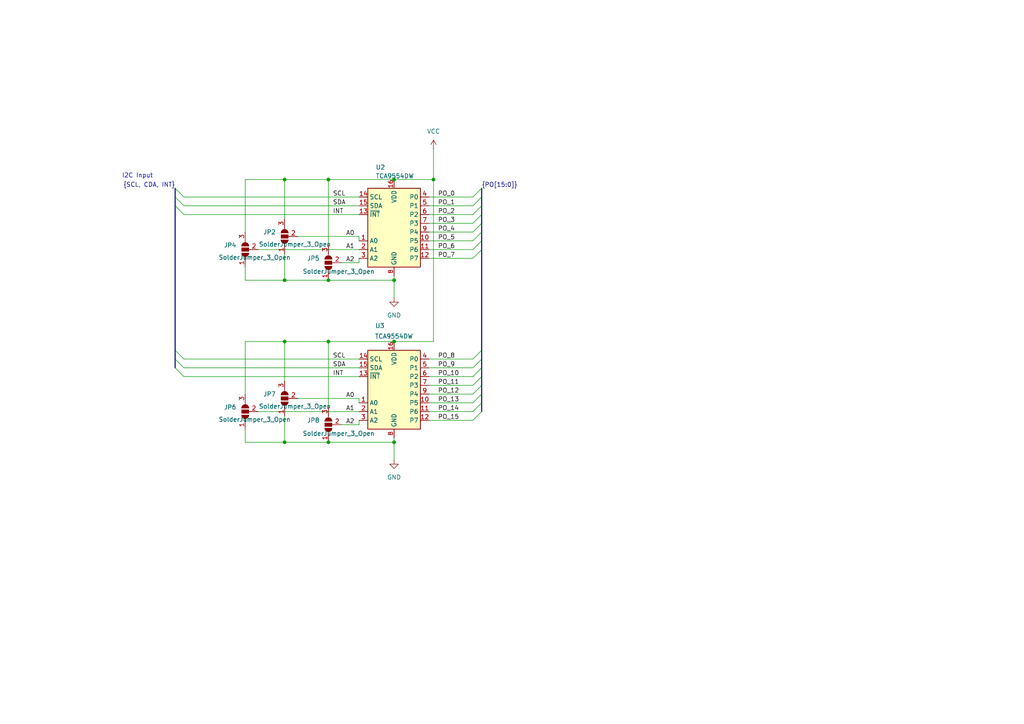
<source format=kicad_sch>
(kicad_sch
	(version 20231120)
	(generator "eeschema")
	(generator_version "8.0")
	(uuid "f2801e82-a00b-4d8d-855d-44652cae392e")
	(paper "A4")
	(lib_symbols
		(symbol "Interface_Expansion:TCA9554DW"
			(exclude_from_sim no)
			(in_bom yes)
			(on_board yes)
			(property "Reference" "U"
				(at -7.62 11.43 0)
				(effects
					(font
						(size 1.27 1.27)
					)
					(justify left)
				)
			)
			(property "Value" "TCA9554DW"
				(at 2.54 11.43 0)
				(effects
					(font
						(size 1.27 1.27)
					)
					(justify left)
				)
			)
			(property "Footprint" "Package_SO:SOIC-16W_7.5x10.3mm_P1.27mm"
				(at 24.13 -13.97 0)
				(effects
					(font
						(size 1.27 1.27)
					)
					(hide yes)
				)
			)
			(property "Datasheet" "http://www.ti.com/lit/ds/symlink/tca9554.pdf"
				(at 2.54 -2.54 0)
				(effects
					(font
						(size 1.27 1.27)
					)
					(hide yes)
				)
			)
			(property "Description" "8 Bit Port/Expander, I2C SMBUS, Interrupt output, SOIC-16"
				(at 0 0 0)
				(effects
					(font
						(size 1.27 1.27)
					)
					(hide yes)
				)
			)
			(property "ki_keywords" "SMBUS I2C Expander"
				(at 0 0 0)
				(effects
					(font
						(size 1.27 1.27)
					)
					(hide yes)
				)
			)
			(property "ki_fp_filters" "SOIC*7.5x10.3mm*P1.27mm*"
				(at 0 0 0)
				(effects
					(font
						(size 1.27 1.27)
					)
					(hide yes)
				)
			)
			(symbol "TCA9554DW_0_1"
				(rectangle
					(start -7.62 -12.7)
					(end 7.62 10.16)
					(stroke
						(width 0.254)
						(type default)
					)
					(fill
						(type background)
					)
				)
			)
			(symbol "TCA9554DW_1_1"
				(pin input line
					(at -10.16 -5.08 0)
					(length 2.54)
					(name "A0"
						(effects
							(font
								(size 1.27 1.27)
							)
						)
					)
					(number "1"
						(effects
							(font
								(size 1.27 1.27)
							)
						)
					)
				)
				(pin bidirectional line
					(at 10.16 -5.08 180)
					(length 2.54)
					(name "P5"
						(effects
							(font
								(size 1.27 1.27)
							)
						)
					)
					(number "10"
						(effects
							(font
								(size 1.27 1.27)
							)
						)
					)
				)
				(pin bidirectional line
					(at 10.16 -7.62 180)
					(length 2.54)
					(name "P6"
						(effects
							(font
								(size 1.27 1.27)
							)
						)
					)
					(number "11"
						(effects
							(font
								(size 1.27 1.27)
							)
						)
					)
				)
				(pin bidirectional line
					(at 10.16 -10.16 180)
					(length 2.54)
					(name "P7"
						(effects
							(font
								(size 1.27 1.27)
							)
						)
					)
					(number "12"
						(effects
							(font
								(size 1.27 1.27)
							)
						)
					)
				)
				(pin open_collector line
					(at -10.16 2.54 0)
					(length 2.54)
					(name "~{INT}"
						(effects
							(font
								(size 1.27 1.27)
							)
						)
					)
					(number "13"
						(effects
							(font
								(size 1.27 1.27)
							)
						)
					)
				)
				(pin input line
					(at -10.16 7.62 0)
					(length 2.54)
					(name "SCL"
						(effects
							(font
								(size 1.27 1.27)
							)
						)
					)
					(number "14"
						(effects
							(font
								(size 1.27 1.27)
							)
						)
					)
				)
				(pin bidirectional line
					(at -10.16 5.08 0)
					(length 2.54)
					(name "SDA"
						(effects
							(font
								(size 1.27 1.27)
							)
						)
					)
					(number "15"
						(effects
							(font
								(size 1.27 1.27)
							)
						)
					)
				)
				(pin power_in line
					(at 0 12.7 270)
					(length 2.54)
					(name "VDD"
						(effects
							(font
								(size 1.27 1.27)
							)
						)
					)
					(number "16"
						(effects
							(font
								(size 1.27 1.27)
							)
						)
					)
				)
				(pin input line
					(at -10.16 -7.62 0)
					(length 2.54)
					(name "A1"
						(effects
							(font
								(size 1.27 1.27)
							)
						)
					)
					(number "2"
						(effects
							(font
								(size 1.27 1.27)
							)
						)
					)
				)
				(pin input line
					(at -10.16 -10.16 0)
					(length 2.54)
					(name "A2"
						(effects
							(font
								(size 1.27 1.27)
							)
						)
					)
					(number "3"
						(effects
							(font
								(size 1.27 1.27)
							)
						)
					)
				)
				(pin bidirectional line
					(at 10.16 7.62 180)
					(length 2.54)
					(name "P0"
						(effects
							(font
								(size 1.27 1.27)
							)
						)
					)
					(number "4"
						(effects
							(font
								(size 1.27 1.27)
							)
						)
					)
				)
				(pin bidirectional line
					(at 10.16 5.08 180)
					(length 2.54)
					(name "P1"
						(effects
							(font
								(size 1.27 1.27)
							)
						)
					)
					(number "5"
						(effects
							(font
								(size 1.27 1.27)
							)
						)
					)
				)
				(pin bidirectional line
					(at 10.16 2.54 180)
					(length 2.54)
					(name "P2"
						(effects
							(font
								(size 1.27 1.27)
							)
						)
					)
					(number "6"
						(effects
							(font
								(size 1.27 1.27)
							)
						)
					)
				)
				(pin bidirectional line
					(at 10.16 0 180)
					(length 2.54)
					(name "P3"
						(effects
							(font
								(size 1.27 1.27)
							)
						)
					)
					(number "7"
						(effects
							(font
								(size 1.27 1.27)
							)
						)
					)
				)
				(pin power_in line
					(at 0 -15.24 90)
					(length 2.54)
					(name "GND"
						(effects
							(font
								(size 1.27 1.27)
							)
						)
					)
					(number "8"
						(effects
							(font
								(size 1.27 1.27)
							)
						)
					)
				)
				(pin bidirectional line
					(at 10.16 -2.54 180)
					(length 2.54)
					(name "P4"
						(effects
							(font
								(size 1.27 1.27)
							)
						)
					)
					(number "9"
						(effects
							(font
								(size 1.27 1.27)
							)
						)
					)
				)
			)
		)
		(symbol "Jumper:SolderJumper_3_Open"
			(pin_names
				(offset 0) hide)
			(exclude_from_sim yes)
			(in_bom no)
			(on_board yes)
			(property "Reference" "JP"
				(at -2.54 -2.54 0)
				(effects
					(font
						(size 1.27 1.27)
					)
				)
			)
			(property "Value" "SolderJumper_3_Open"
				(at 0 2.794 0)
				(effects
					(font
						(size 1.27 1.27)
					)
				)
			)
			(property "Footprint" ""
				(at 0 0 0)
				(effects
					(font
						(size 1.27 1.27)
					)
					(hide yes)
				)
			)
			(property "Datasheet" "~"
				(at 0 0 0)
				(effects
					(font
						(size 1.27 1.27)
					)
					(hide yes)
				)
			)
			(property "Description" "Solder Jumper, 3-pole, open"
				(at 0 0 0)
				(effects
					(font
						(size 1.27 1.27)
					)
					(hide yes)
				)
			)
			(property "ki_keywords" "Solder Jumper SPDT"
				(at 0 0 0)
				(effects
					(font
						(size 1.27 1.27)
					)
					(hide yes)
				)
			)
			(property "ki_fp_filters" "SolderJumper*Open*"
				(at 0 0 0)
				(effects
					(font
						(size 1.27 1.27)
					)
					(hide yes)
				)
			)
			(symbol "SolderJumper_3_Open_0_1"
				(arc
					(start -1.016 1.016)
					(mid -2.0276 0)
					(end -1.016 -1.016)
					(stroke
						(width 0)
						(type default)
					)
					(fill
						(type none)
					)
				)
				(arc
					(start -1.016 1.016)
					(mid -2.0276 0)
					(end -1.016 -1.016)
					(stroke
						(width 0)
						(type default)
					)
					(fill
						(type outline)
					)
				)
				(rectangle
					(start -0.508 1.016)
					(end 0.508 -1.016)
					(stroke
						(width 0)
						(type default)
					)
					(fill
						(type outline)
					)
				)
				(polyline
					(pts
						(xy -2.54 0) (xy -2.032 0)
					)
					(stroke
						(width 0)
						(type default)
					)
					(fill
						(type none)
					)
				)
				(polyline
					(pts
						(xy -1.016 1.016) (xy -1.016 -1.016)
					)
					(stroke
						(width 0)
						(type default)
					)
					(fill
						(type none)
					)
				)
				(polyline
					(pts
						(xy 0 -1.27) (xy 0 -1.016)
					)
					(stroke
						(width 0)
						(type default)
					)
					(fill
						(type none)
					)
				)
				(polyline
					(pts
						(xy 1.016 1.016) (xy 1.016 -1.016)
					)
					(stroke
						(width 0)
						(type default)
					)
					(fill
						(type none)
					)
				)
				(polyline
					(pts
						(xy 2.54 0) (xy 2.032 0)
					)
					(stroke
						(width 0)
						(type default)
					)
					(fill
						(type none)
					)
				)
				(arc
					(start 1.016 -1.016)
					(mid 2.0276 0)
					(end 1.016 1.016)
					(stroke
						(width 0)
						(type default)
					)
					(fill
						(type none)
					)
				)
				(arc
					(start 1.016 -1.016)
					(mid 2.0276 0)
					(end 1.016 1.016)
					(stroke
						(width 0)
						(type default)
					)
					(fill
						(type outline)
					)
				)
			)
			(symbol "SolderJumper_3_Open_1_1"
				(pin passive line
					(at -5.08 0 0)
					(length 2.54)
					(name "A"
						(effects
							(font
								(size 1.27 1.27)
							)
						)
					)
					(number "1"
						(effects
							(font
								(size 1.27 1.27)
							)
						)
					)
				)
				(pin passive line
					(at 0 -3.81 90)
					(length 2.54)
					(name "C"
						(effects
							(font
								(size 1.27 1.27)
							)
						)
					)
					(number "2"
						(effects
							(font
								(size 1.27 1.27)
							)
						)
					)
				)
				(pin passive line
					(at 5.08 0 180)
					(length 2.54)
					(name "B"
						(effects
							(font
								(size 1.27 1.27)
							)
						)
					)
					(number "3"
						(effects
							(font
								(size 1.27 1.27)
							)
						)
					)
				)
			)
		)
		(symbol "power:GND"
			(power)
			(pin_numbers hide)
			(pin_names
				(offset 0) hide)
			(exclude_from_sim no)
			(in_bom yes)
			(on_board yes)
			(property "Reference" "#PWR"
				(at 0 -6.35 0)
				(effects
					(font
						(size 1.27 1.27)
					)
					(hide yes)
				)
			)
			(property "Value" "GND"
				(at 0 -3.81 0)
				(effects
					(font
						(size 1.27 1.27)
					)
				)
			)
			(property "Footprint" ""
				(at 0 0 0)
				(effects
					(font
						(size 1.27 1.27)
					)
					(hide yes)
				)
			)
			(property "Datasheet" ""
				(at 0 0 0)
				(effects
					(font
						(size 1.27 1.27)
					)
					(hide yes)
				)
			)
			(property "Description" "Power symbol creates a global label with name \"GND\" , ground"
				(at 0 0 0)
				(effects
					(font
						(size 1.27 1.27)
					)
					(hide yes)
				)
			)
			(property "ki_keywords" "global power"
				(at 0 0 0)
				(effects
					(font
						(size 1.27 1.27)
					)
					(hide yes)
				)
			)
			(symbol "GND_0_1"
				(polyline
					(pts
						(xy 0 0) (xy 0 -1.27) (xy 1.27 -1.27) (xy 0 -2.54) (xy -1.27 -1.27) (xy 0 -1.27)
					)
					(stroke
						(width 0)
						(type default)
					)
					(fill
						(type none)
					)
				)
			)
			(symbol "GND_1_1"
				(pin power_in line
					(at 0 0 270)
					(length 0)
					(name "~"
						(effects
							(font
								(size 1.27 1.27)
							)
						)
					)
					(number "1"
						(effects
							(font
								(size 1.27 1.27)
							)
						)
					)
				)
			)
		)
		(symbol "power:VCC"
			(power)
			(pin_numbers hide)
			(pin_names
				(offset 0) hide)
			(exclude_from_sim no)
			(in_bom yes)
			(on_board yes)
			(property "Reference" "#PWR"
				(at 0 -3.81 0)
				(effects
					(font
						(size 1.27 1.27)
					)
					(hide yes)
				)
			)
			(property "Value" "VCC"
				(at 0 3.556 0)
				(effects
					(font
						(size 1.27 1.27)
					)
				)
			)
			(property "Footprint" ""
				(at 0 0 0)
				(effects
					(font
						(size 1.27 1.27)
					)
					(hide yes)
				)
			)
			(property "Datasheet" ""
				(at 0 0 0)
				(effects
					(font
						(size 1.27 1.27)
					)
					(hide yes)
				)
			)
			(property "Description" "Power symbol creates a global label with name \"VCC\""
				(at 0 0 0)
				(effects
					(font
						(size 1.27 1.27)
					)
					(hide yes)
				)
			)
			(property "ki_keywords" "global power"
				(at 0 0 0)
				(effects
					(font
						(size 1.27 1.27)
					)
					(hide yes)
				)
			)
			(symbol "VCC_0_1"
				(polyline
					(pts
						(xy -0.762 1.27) (xy 0 2.54)
					)
					(stroke
						(width 0)
						(type default)
					)
					(fill
						(type none)
					)
				)
				(polyline
					(pts
						(xy 0 0) (xy 0 2.54)
					)
					(stroke
						(width 0)
						(type default)
					)
					(fill
						(type none)
					)
				)
				(polyline
					(pts
						(xy 0 2.54) (xy 0.762 1.27)
					)
					(stroke
						(width 0)
						(type default)
					)
					(fill
						(type none)
					)
				)
			)
			(symbol "VCC_1_1"
				(pin power_in line
					(at 0 0 90)
					(length 0)
					(name "~"
						(effects
							(font
								(size 1.27 1.27)
							)
						)
					)
					(number "1"
						(effects
							(font
								(size 1.27 1.27)
							)
						)
					)
				)
			)
		)
	)
	(junction
		(at 125.73 52.07)
		(diameter 0)
		(color 0 0 0 0)
		(uuid "0c526d4e-d0e2-4a1e-a00c-b20724e93040")
	)
	(junction
		(at 114.3 81.28)
		(diameter 0)
		(color 0 0 0 0)
		(uuid "2857685d-5cb6-47d1-9b7f-fa5059ad35a0")
	)
	(junction
		(at 114.3 52.07)
		(diameter 0)
		(color 0 0 0 0)
		(uuid "33e5b9c7-a185-4672-a09a-89f1571428aa")
	)
	(junction
		(at 114.3 128.27)
		(diameter 0)
		(color 0 0 0 0)
		(uuid "3b7f9551-9e81-45bd-bc97-9fcbe61d6b61")
	)
	(junction
		(at 95.25 81.28)
		(diameter 0)
		(color 0 0 0 0)
		(uuid "4bcbfa72-4023-4d03-9013-234586fee736")
	)
	(junction
		(at 82.55 81.28)
		(diameter 0)
		(color 0 0 0 0)
		(uuid "784f763d-06c1-4d70-aa90-cd0235aa5979")
	)
	(junction
		(at 95.25 99.06)
		(diameter 0)
		(color 0 0 0 0)
		(uuid "78d3ce70-b6ca-4fd6-90e8-ec4aedf97314")
	)
	(junction
		(at 114.3 99.06)
		(diameter 0)
		(color 0 0 0 0)
		(uuid "8b2fdbe3-23d8-40fc-93eb-d1502808626f")
	)
	(junction
		(at 82.55 99.06)
		(diameter 0)
		(color 0 0 0 0)
		(uuid "a415c432-63f1-43f5-acd2-b612009eb474")
	)
	(junction
		(at 95.25 52.07)
		(diameter 0)
		(color 0 0 0 0)
		(uuid "c4d95c1c-d8d3-41df-8592-bc70f5274522")
	)
	(junction
		(at 95.25 128.27)
		(diameter 0)
		(color 0 0 0 0)
		(uuid "e742603d-1d6d-41d8-9255-498b7c4c71d4")
	)
	(junction
		(at 82.55 128.27)
		(diameter 0)
		(color 0 0 0 0)
		(uuid "e9110afc-1f50-4900-b52f-9578a89dc3c1")
	)
	(junction
		(at 82.55 52.07)
		(diameter 0)
		(color 0 0 0 0)
		(uuid "e938c61b-c6e3-4315-a29f-88e33480c14f")
	)
	(bus_entry
		(at 50.8 57.15)
		(size 2.54 2.54)
		(stroke
			(width 0)
			(type default)
		)
		(uuid "10a7474b-3c51-4cd7-8a7d-0e9d0f9fd22e")
	)
	(bus_entry
		(at 50.8 101.6)
		(size 2.54 2.54)
		(stroke
			(width 0)
			(type default)
		)
		(uuid "21ab0ca5-63db-4004-9256-4ed8895ac95f")
	)
	(bus_entry
		(at 137.16 74.93)
		(size 2.54 -2.54)
		(stroke
			(width 0)
			(type default)
		)
		(uuid "2fd71a2a-4579-48ec-8d83-bd2737fcdc70")
	)
	(bus_entry
		(at 137.16 116.84)
		(size 2.54 -2.54)
		(stroke
			(width 0)
			(type default)
		)
		(uuid "3c10d239-15fa-4df2-8080-3da0973e6819")
	)
	(bus_entry
		(at 137.16 64.77)
		(size 2.54 -2.54)
		(stroke
			(width 0)
			(type default)
		)
		(uuid "3fdd81ed-9ce5-41ef-836d-12f1973858d2")
	)
	(bus_entry
		(at 50.8 54.61)
		(size 2.54 2.54)
		(stroke
			(width 0)
			(type default)
		)
		(uuid "411650b3-f5e6-4c5d-ac6d-0740a744ca14")
	)
	(bus_entry
		(at 137.16 62.23)
		(size 2.54 -2.54)
		(stroke
			(width 0)
			(type default)
		)
		(uuid "4513278b-5615-4d77-9be6-79a61660cf47")
	)
	(bus_entry
		(at 137.16 72.39)
		(size 2.54 -2.54)
		(stroke
			(width 0)
			(type default)
		)
		(uuid "47bbf164-4b63-43ed-832c-a4ceadb479fd")
	)
	(bus_entry
		(at 50.8 106.68)
		(size 2.54 2.54)
		(stroke
			(width 0)
			(type default)
		)
		(uuid "4f640f65-390a-4521-b689-c587fddd8776")
	)
	(bus_entry
		(at 137.16 109.22)
		(size 2.54 -2.54)
		(stroke
			(width 0)
			(type default)
		)
		(uuid "5b1b2764-fb09-440e-b8a5-1af5593f01f1")
	)
	(bus_entry
		(at 137.16 119.38)
		(size 2.54 -2.54)
		(stroke
			(width 0)
			(type default)
		)
		(uuid "5f06ccaa-299a-45b7-bc26-5eda824a5ed4")
	)
	(bus_entry
		(at 137.16 59.69)
		(size 2.54 -2.54)
		(stroke
			(width 0)
			(type default)
		)
		(uuid "68b4a300-3b83-4637-8e7c-f587b4533544")
	)
	(bus_entry
		(at 137.16 111.76)
		(size 2.54 -2.54)
		(stroke
			(width 0)
			(type default)
		)
		(uuid "7fa8ae8e-6840-4a69-b4f3-0fbe0e6829dd")
	)
	(bus_entry
		(at 137.16 67.31)
		(size 2.54 -2.54)
		(stroke
			(width 0)
			(type default)
		)
		(uuid "877285a1-3880-491d-809d-c25c2699af91")
	)
	(bus_entry
		(at 50.8 59.69)
		(size 2.54 2.54)
		(stroke
			(width 0)
			(type default)
		)
		(uuid "87c6dc28-40d5-42d8-8d72-e6a31ff2d043")
	)
	(bus_entry
		(at 50.8 104.14)
		(size 2.54 2.54)
		(stroke
			(width 0)
			(type default)
		)
		(uuid "9089b89f-ad9e-4691-96f8-90a57aa70ca2")
	)
	(bus_entry
		(at 137.16 114.3)
		(size 2.54 -2.54)
		(stroke
			(width 0)
			(type default)
		)
		(uuid "965f8ab7-4fe1-4076-b73b-037b23905e6e")
	)
	(bus_entry
		(at 137.16 57.15)
		(size 2.54 -2.54)
		(stroke
			(width 0)
			(type default)
		)
		(uuid "bb64d9ee-ca8d-49b8-9a2b-cf65c8631491")
	)
	(bus_entry
		(at 137.16 104.14)
		(size 2.54 -2.54)
		(stroke
			(width 0)
			(type default)
		)
		(uuid "c7d8b51c-e0c7-43cc-bfd8-0331e5c025fd")
	)
	(bus_entry
		(at 137.16 106.68)
		(size 2.54 -2.54)
		(stroke
			(width 0)
			(type default)
		)
		(uuid "cba248c0-2bca-4626-8447-d8b817eeb859")
	)
	(bus_entry
		(at 137.16 69.85)
		(size 2.54 -2.54)
		(stroke
			(width 0)
			(type default)
		)
		(uuid "f580cb5c-d899-4966-94c1-3191faa122a2")
	)
	(bus_entry
		(at 137.16 121.92)
		(size 2.54 -2.54)
		(stroke
			(width 0)
			(type default)
		)
		(uuid "fd85f17b-95fa-4410-ac93-570cd562576c")
	)
	(wire
		(pts
			(xy 82.55 99.06) (xy 95.25 99.06)
		)
		(stroke
			(width 0)
			(type default)
		)
		(uuid "020bb198-6deb-4ded-965e-d462756003eb")
	)
	(wire
		(pts
			(xy 104.14 123.19) (xy 104.14 121.92)
		)
		(stroke
			(width 0)
			(type default)
		)
		(uuid "03589200-5235-486d-b155-3463d6050262")
	)
	(bus
		(pts
			(xy 139.7 69.85) (xy 139.7 72.39)
		)
		(stroke
			(width 0)
			(type default)
		)
		(uuid "04bd016e-9c7a-4fba-8914-b7de349d42b4")
	)
	(bus
		(pts
			(xy 50.8 59.69) (xy 50.8 101.6)
		)
		(stroke
			(width 0)
			(type default)
		)
		(uuid "0ae5b13d-d66a-4821-961f-84da13342a26")
	)
	(wire
		(pts
			(xy 125.73 52.07) (xy 125.73 99.06)
		)
		(stroke
			(width 0)
			(type default)
		)
		(uuid "0f910900-9061-4d07-addf-650274254efd")
	)
	(wire
		(pts
			(xy 82.55 120.65) (xy 82.55 128.27)
		)
		(stroke
			(width 0)
			(type default)
		)
		(uuid "12451272-1934-4554-9b94-b18df914f9c0")
	)
	(wire
		(pts
			(xy 53.34 106.68) (xy 104.14 106.68)
		)
		(stroke
			(width 0)
			(type default)
		)
		(uuid "151b1e0c-b307-4d1f-bed7-b18ed4e8e5e5")
	)
	(wire
		(pts
			(xy 125.73 43.18) (xy 125.73 52.07)
		)
		(stroke
			(width 0)
			(type default)
		)
		(uuid "18f8b648-7452-4286-9cc1-529c0aaa6d65")
	)
	(wire
		(pts
			(xy 95.25 99.06) (xy 95.25 118.11)
		)
		(stroke
			(width 0)
			(type default)
		)
		(uuid "1b4292ab-4281-4e7f-bc6b-37b1388da8be")
	)
	(bus
		(pts
			(xy 139.7 54.61) (xy 139.7 57.15)
		)
		(stroke
			(width 0)
			(type default)
		)
		(uuid "21dbe82f-13e1-42cb-9954-a7d8b0aea672")
	)
	(wire
		(pts
			(xy 82.55 52.07) (xy 95.25 52.07)
		)
		(stroke
			(width 0)
			(type default)
		)
		(uuid "23a24674-b95a-48b6-aa94-729100c7763f")
	)
	(bus
		(pts
			(xy 139.7 116.84) (xy 139.7 119.38)
		)
		(stroke
			(width 0)
			(type default)
		)
		(uuid "248ba3c2-2766-4f1c-bc56-9dcc5146a181")
	)
	(wire
		(pts
			(xy 124.46 119.38) (xy 137.16 119.38)
		)
		(stroke
			(width 0)
			(type default)
		)
		(uuid "265ca56e-06ab-4d20-87ec-691be975a015")
	)
	(wire
		(pts
			(xy 82.55 99.06) (xy 82.55 110.49)
		)
		(stroke
			(width 0)
			(type default)
		)
		(uuid "276521d5-1c21-4d10-8cec-d04340818b20")
	)
	(wire
		(pts
			(xy 71.12 114.3) (xy 71.12 99.06)
		)
		(stroke
			(width 0)
			(type default)
		)
		(uuid "293b6d4d-a065-4c95-b4a3-1e2ab2bbd7e7")
	)
	(wire
		(pts
			(xy 95.25 99.06) (xy 114.3 99.06)
		)
		(stroke
			(width 0)
			(type default)
		)
		(uuid "2b91afd4-9682-45a3-8632-8758bd6a8579")
	)
	(wire
		(pts
			(xy 124.46 67.31) (xy 137.16 67.31)
		)
		(stroke
			(width 0)
			(type default)
		)
		(uuid "308be21e-36c9-42e9-bbe3-7cc17624bdeb")
	)
	(bus
		(pts
			(xy 139.7 59.69) (xy 139.7 62.23)
		)
		(stroke
			(width 0)
			(type default)
		)
		(uuid "314ef971-48ae-42b6-9c2b-3d9a42cfc6f7")
	)
	(wire
		(pts
			(xy 124.46 59.69) (xy 137.16 59.69)
		)
		(stroke
			(width 0)
			(type default)
		)
		(uuid "382d5b1e-3851-40da-8abd-0199288f6b17")
	)
	(wire
		(pts
			(xy 71.12 81.28) (xy 71.12 77.47)
		)
		(stroke
			(width 0)
			(type default)
		)
		(uuid "38fbe844-d227-4990-9330-e727170b84f1")
	)
	(wire
		(pts
			(xy 74.93 72.39) (xy 104.14 72.39)
		)
		(stroke
			(width 0)
			(type default)
		)
		(uuid "39d06fd9-2f14-4445-bb7e-84489e6ea3dd")
	)
	(wire
		(pts
			(xy 95.25 128.27) (xy 82.55 128.27)
		)
		(stroke
			(width 0)
			(type default)
		)
		(uuid "3b2d7573-b7da-4ac3-a949-a422f8c2543f")
	)
	(wire
		(pts
			(xy 124.46 69.85) (xy 137.16 69.85)
		)
		(stroke
			(width 0)
			(type default)
		)
		(uuid "42f62f9b-9fc1-4fdd-a780-78c2b82e70b7")
	)
	(wire
		(pts
			(xy 114.3 80.01) (xy 114.3 81.28)
		)
		(stroke
			(width 0)
			(type default)
		)
		(uuid "4ba3121b-cdd2-4cfd-97b5-7020c8d8d753")
	)
	(wire
		(pts
			(xy 86.36 68.58) (xy 104.14 68.58)
		)
		(stroke
			(width 0)
			(type default)
		)
		(uuid "51351d61-6dca-4665-ab2f-599933246cc4")
	)
	(wire
		(pts
			(xy 104.14 115.57) (xy 104.14 116.84)
		)
		(stroke
			(width 0)
			(type default)
		)
		(uuid "583aefc0-a020-434d-8a1d-55ab8f2dc5dc")
	)
	(bus
		(pts
			(xy 139.7 111.76) (xy 139.7 114.3)
		)
		(stroke
			(width 0)
			(type default)
		)
		(uuid "5aefaf9c-e9cb-4cd4-a754-990cd104360b")
	)
	(bus
		(pts
			(xy 139.7 72.39) (xy 139.7 101.6)
		)
		(stroke
			(width 0)
			(type default)
		)
		(uuid "5d7e1743-d622-4e9a-bd1c-f820db25f1e3")
	)
	(wire
		(pts
			(xy 124.46 104.14) (xy 137.16 104.14)
		)
		(stroke
			(width 0)
			(type default)
		)
		(uuid "5ed08457-fe72-42b5-9497-3c73b1ba0992")
	)
	(wire
		(pts
			(xy 82.55 52.07) (xy 82.55 63.5)
		)
		(stroke
			(width 0)
			(type default)
		)
		(uuid "60c2bd4a-3bf1-4861-bd18-81ecb662218f")
	)
	(wire
		(pts
			(xy 99.06 123.19) (xy 104.14 123.19)
		)
		(stroke
			(width 0)
			(type default)
		)
		(uuid "60fd0aa5-72ff-4fd7-a5bf-feb91f69965a")
	)
	(wire
		(pts
			(xy 53.34 104.14) (xy 104.14 104.14)
		)
		(stroke
			(width 0)
			(type default)
		)
		(uuid "61aba6d4-bd39-4883-a09a-3f118c30e610")
	)
	(wire
		(pts
			(xy 71.12 67.31) (xy 71.12 52.07)
		)
		(stroke
			(width 0)
			(type default)
		)
		(uuid "64c78b3d-8792-424c-88da-81b412195d95")
	)
	(wire
		(pts
			(xy 104.14 68.58) (xy 104.14 69.85)
		)
		(stroke
			(width 0)
			(type default)
		)
		(uuid "656f8d48-fc22-46be-8aa2-4e810b100220")
	)
	(wire
		(pts
			(xy 104.14 76.2) (xy 104.14 74.93)
		)
		(stroke
			(width 0)
			(type default)
		)
		(uuid "6bd8018c-99bd-4a28-bbc5-7c9f1cfc6b52")
	)
	(bus
		(pts
			(xy 139.7 114.3) (xy 139.7 116.84)
		)
		(stroke
			(width 0)
			(type default)
		)
		(uuid "6f03a2d7-1a71-43e2-a9ca-8c1a5f9fbdcd")
	)
	(wire
		(pts
			(xy 53.34 59.69) (xy 104.14 59.69)
		)
		(stroke
			(width 0)
			(type default)
		)
		(uuid "6fec83ea-e288-4f8d-bae9-35382e19f443")
	)
	(bus
		(pts
			(xy 50.8 57.15) (xy 50.8 54.61)
		)
		(stroke
			(width 0)
			(type default)
		)
		(uuid "73ad4432-c4c3-4101-9c8f-8f5c47b6113e")
	)
	(bus
		(pts
			(xy 139.7 106.68) (xy 139.7 109.22)
		)
		(stroke
			(width 0)
			(type default)
		)
		(uuid "7a44a682-d76a-4a12-b624-89d85b527521")
	)
	(wire
		(pts
			(xy 124.46 74.93) (xy 137.16 74.93)
		)
		(stroke
			(width 0)
			(type default)
		)
		(uuid "7b9ca98e-6d2a-4272-8deb-d0b5344d0947")
	)
	(wire
		(pts
			(xy 124.46 72.39) (xy 137.16 72.39)
		)
		(stroke
			(width 0)
			(type default)
		)
		(uuid "7c28cf8d-67be-4793-ba55-5886315c9921")
	)
	(bus
		(pts
			(xy 50.8 59.69) (xy 50.8 57.15)
		)
		(stroke
			(width 0)
			(type default)
		)
		(uuid "7ef175e5-c4bb-4a79-8702-99f384c6ac75")
	)
	(wire
		(pts
			(xy 82.55 128.27) (xy 71.12 128.27)
		)
		(stroke
			(width 0)
			(type default)
		)
		(uuid "8477ff28-d4ce-47ce-a35f-02a6e2e8489e")
	)
	(wire
		(pts
			(xy 124.46 57.15) (xy 137.16 57.15)
		)
		(stroke
			(width 0)
			(type default)
		)
		(uuid "84d4e2c4-cf06-47b0-ba6d-ff9bd007e4c0")
	)
	(bus
		(pts
			(xy 139.7 62.23) (xy 139.7 64.77)
		)
		(stroke
			(width 0)
			(type default)
		)
		(uuid "85204437-9a28-412c-b446-27d03da8b48c")
	)
	(bus
		(pts
			(xy 139.7 104.14) (xy 139.7 106.68)
		)
		(stroke
			(width 0)
			(type default)
		)
		(uuid "88770125-90f4-40ab-a5c8-5d4d242653f1")
	)
	(bus
		(pts
			(xy 50.8 106.68) (xy 50.8 104.14)
		)
		(stroke
			(width 0)
			(type default)
		)
		(uuid "8aadebb3-2084-4486-a36b-40c4c7175f23")
	)
	(wire
		(pts
			(xy 114.3 128.27) (xy 114.3 133.35)
		)
		(stroke
			(width 0)
			(type default)
		)
		(uuid "8b6c58ac-6f9d-4bbe-a13a-dbc5c52f1401")
	)
	(wire
		(pts
			(xy 71.12 128.27) (xy 71.12 124.46)
		)
		(stroke
			(width 0)
			(type default)
		)
		(uuid "8eca739e-946f-427f-853f-af6629ef61b2")
	)
	(wire
		(pts
			(xy 74.93 119.38) (xy 104.14 119.38)
		)
		(stroke
			(width 0)
			(type default)
		)
		(uuid "90b91fd6-171c-405c-b14f-0022ac31d8ad")
	)
	(wire
		(pts
			(xy 53.34 109.22) (xy 104.14 109.22)
		)
		(stroke
			(width 0)
			(type default)
		)
		(uuid "91bad6fe-2eb7-4229-82cb-2e35924e26f8")
	)
	(bus
		(pts
			(xy 50.8 101.6) (xy 50.8 104.14)
		)
		(stroke
			(width 0)
			(type default)
		)
		(uuid "9291c659-acbe-4818-96d9-e8c4ad3aba33")
	)
	(wire
		(pts
			(xy 124.46 114.3) (xy 137.16 114.3)
		)
		(stroke
			(width 0)
			(type default)
		)
		(uuid "95e76892-40e9-442e-bd1b-aaa6741a0f0b")
	)
	(wire
		(pts
			(xy 71.12 99.06) (xy 82.55 99.06)
		)
		(stroke
			(width 0)
			(type default)
		)
		(uuid "9b12e6d0-bf06-43ec-a990-37d3d8c21cd4")
	)
	(wire
		(pts
			(xy 99.06 76.2) (xy 104.14 76.2)
		)
		(stroke
			(width 0)
			(type default)
		)
		(uuid "9dec1e4e-affb-4ac7-8b10-fb5d470d6cc4")
	)
	(wire
		(pts
			(xy 82.55 81.28) (xy 71.12 81.28)
		)
		(stroke
			(width 0)
			(type default)
		)
		(uuid "a05bfaeb-9301-40b7-8f53-1047cfa2509a")
	)
	(wire
		(pts
			(xy 95.25 81.28) (xy 82.55 81.28)
		)
		(stroke
			(width 0)
			(type default)
		)
		(uuid "a17dfaaf-5c47-4d37-8573-45af1de3fe03")
	)
	(wire
		(pts
			(xy 82.55 73.66) (xy 82.55 81.28)
		)
		(stroke
			(width 0)
			(type default)
		)
		(uuid "a282234e-2605-4b47-ad86-76efe59db0e8")
	)
	(wire
		(pts
			(xy 124.46 62.23) (xy 137.16 62.23)
		)
		(stroke
			(width 0)
			(type default)
		)
		(uuid "a283982d-a114-4bab-b115-a6723033b56c")
	)
	(wire
		(pts
			(xy 95.25 52.07) (xy 114.3 52.07)
		)
		(stroke
			(width 0)
			(type default)
		)
		(uuid "a4b8bae4-9169-44e2-b0a1-bc00bb4ce5e8")
	)
	(wire
		(pts
			(xy 114.3 81.28) (xy 95.25 81.28)
		)
		(stroke
			(width 0)
			(type default)
		)
		(uuid "b3cc9702-d418-4417-959d-6b3a6d280b20")
	)
	(bus
		(pts
			(xy 139.7 109.22) (xy 139.7 111.76)
		)
		(stroke
			(width 0)
			(type default)
		)
		(uuid "b67737f3-f482-4195-911d-ff40d2b0a2a7")
	)
	(wire
		(pts
			(xy 124.46 111.76) (xy 137.16 111.76)
		)
		(stroke
			(width 0)
			(type default)
		)
		(uuid "b79e044c-09db-4bcc-b303-3106d52ad54f")
	)
	(wire
		(pts
			(xy 124.46 106.68) (xy 137.16 106.68)
		)
		(stroke
			(width 0)
			(type default)
		)
		(uuid "b97fe39b-572c-450f-9ec2-d2e6eec34453")
	)
	(wire
		(pts
			(xy 114.3 81.28) (xy 114.3 86.36)
		)
		(stroke
			(width 0)
			(type default)
		)
		(uuid "bc2534c7-39b9-4514-ab50-86365e3f6741")
	)
	(wire
		(pts
			(xy 53.34 57.15) (xy 104.14 57.15)
		)
		(stroke
			(width 0)
			(type default)
		)
		(uuid "c3036fb5-0586-4961-bf20-67a05de3d040")
	)
	(bus
		(pts
			(xy 139.7 57.15) (xy 139.7 59.69)
		)
		(stroke
			(width 0)
			(type default)
		)
		(uuid "c595fe18-57d2-4a81-98b9-628de982819e")
	)
	(bus
		(pts
			(xy 139.7 101.6) (xy 139.7 104.14)
		)
		(stroke
			(width 0)
			(type default)
		)
		(uuid "c7647bd2-1660-4568-9456-13b2a280f051")
	)
	(wire
		(pts
			(xy 95.25 52.07) (xy 95.25 71.12)
		)
		(stroke
			(width 0)
			(type default)
		)
		(uuid "c9be214d-0114-43b3-8b50-1fcac955e7c4")
	)
	(wire
		(pts
			(xy 114.3 52.07) (xy 125.73 52.07)
		)
		(stroke
			(width 0)
			(type default)
		)
		(uuid "cc15b8c7-9920-4ab7-a06a-78230631b0e5")
	)
	(wire
		(pts
			(xy 71.12 52.07) (xy 82.55 52.07)
		)
		(stroke
			(width 0)
			(type default)
		)
		(uuid "cd4df96e-418f-4e01-ace8-7442e9dce920")
	)
	(wire
		(pts
			(xy 86.36 115.57) (xy 104.14 115.57)
		)
		(stroke
			(width 0)
			(type default)
		)
		(uuid "cf932809-56d8-4d75-8370-02ce34fd9932")
	)
	(wire
		(pts
			(xy 114.3 127) (xy 114.3 128.27)
		)
		(stroke
			(width 0)
			(type default)
		)
		(uuid "d084c06a-3cc4-4c3c-8ab9-a3e41d766d41")
	)
	(wire
		(pts
			(xy 124.46 64.77) (xy 137.16 64.77)
		)
		(stroke
			(width 0)
			(type default)
		)
		(uuid "d24a9c40-4674-4315-9168-3b26daa7eb68")
	)
	(wire
		(pts
			(xy 53.34 62.23) (xy 104.14 62.23)
		)
		(stroke
			(width 0)
			(type default)
		)
		(uuid "d5652ee5-adc4-4edc-8934-38fc3dd2ca75")
	)
	(bus
		(pts
			(xy 139.7 64.77) (xy 139.7 67.31)
		)
		(stroke
			(width 0)
			(type default)
		)
		(uuid "d73ad1d8-7c86-4ad5-8080-ee1fb0f4644c")
	)
	(bus
		(pts
			(xy 139.7 67.31) (xy 139.7 69.85)
		)
		(stroke
			(width 0)
			(type default)
		)
		(uuid "d92c298a-b1e5-4e56-9a96-d08ca73cabd7")
	)
	(wire
		(pts
			(xy 124.46 121.92) (xy 137.16 121.92)
		)
		(stroke
			(width 0)
			(type default)
		)
		(uuid "da287a0f-a262-4d8f-b40e-e932362e20ef")
	)
	(wire
		(pts
			(xy 124.46 109.22) (xy 137.16 109.22)
		)
		(stroke
			(width 0)
			(type default)
		)
		(uuid "e010da34-759a-4e1d-90c4-396b1510d276")
	)
	(wire
		(pts
			(xy 114.3 128.27) (xy 95.25 128.27)
		)
		(stroke
			(width 0)
			(type default)
		)
		(uuid "e4040317-7951-46df-ab0d-4f95491931a8")
	)
	(wire
		(pts
			(xy 124.46 116.84) (xy 137.16 116.84)
		)
		(stroke
			(width 0)
			(type default)
		)
		(uuid "e70966d9-9ad0-40a9-aa95-17e64b4e3dac")
	)
	(wire
		(pts
			(xy 114.3 99.06) (xy 125.73 99.06)
		)
		(stroke
			(width 0)
			(type default)
		)
		(uuid "fbbb18a4-0534-4131-ad12-e17242e390d8")
	)
	(text "I2C Input"
		(exclude_from_sim no)
		(at 39.878 51.054 0)
		(effects
			(font
				(size 1.27 1.27)
			)
		)
		(uuid "e32335d3-1fc7-47fa-bb8a-31965054d83a")
	)
	(label "A1"
		(at 100.33 119.38 0)
		(fields_autoplaced yes)
		(effects
			(font
				(size 1.27 1.27)
			)
			(justify left bottom)
		)
		(uuid "08f849a1-7412-4bd1-b030-0bf975a63098")
	)
	(label "PO_15"
		(at 127 121.92 0)
		(fields_autoplaced yes)
		(effects
			(font
				(size 1.27 1.27)
			)
			(justify left bottom)
		)
		(uuid "17fdf5ed-db79-42ef-98cb-e4ce44a27253")
	)
	(label "A1"
		(at 100.33 72.39 0)
		(fields_autoplaced yes)
		(effects
			(font
				(size 1.27 1.27)
			)
			(justify left bottom)
		)
		(uuid "19096503-16d3-4cb2-a802-5c456757f710")
	)
	(label "PO_5"
		(at 127 69.85 0)
		(fields_autoplaced yes)
		(effects
			(font
				(size 1.27 1.27)
			)
			(justify left bottom)
		)
		(uuid "1ab56fd9-384b-48c7-b3e1-46f6e769e5a7")
	)
	(label "PO_2"
		(at 127 62.23 0)
		(fields_autoplaced yes)
		(effects
			(font
				(size 1.27 1.27)
			)
			(justify left bottom)
		)
		(uuid "1c12c599-05e5-4ed9-8155-70319e5fb463")
	)
	(label "A0"
		(at 100.33 115.57 0)
		(fields_autoplaced yes)
		(effects
			(font
				(size 1.27 1.27)
			)
			(justify left bottom)
		)
		(uuid "27c89826-0d99-45ce-840b-5f52ac8d8f86")
	)
	(label "A2"
		(at 100.33 123.19 0)
		(fields_autoplaced yes)
		(effects
			(font
				(size 1.27 1.27)
			)
			(justify left bottom)
		)
		(uuid "298e170d-e6a8-4e69-9e08-2e453dd5b5a0")
	)
	(label "PO_0"
		(at 127 57.15 0)
		(fields_autoplaced yes)
		(effects
			(font
				(size 1.27 1.27)
			)
			(justify left bottom)
		)
		(uuid "2b6d2722-d89d-4b51-b473-cf7e2cf321ce")
	)
	(label "A0"
		(at 100.33 68.58 0)
		(fields_autoplaced yes)
		(effects
			(font
				(size 1.27 1.27)
			)
			(justify left bottom)
		)
		(uuid "2c390889-e5d0-4bb9-902d-677a226a21e1")
	)
	(label "PO_12"
		(at 127 114.3 0)
		(fields_autoplaced yes)
		(effects
			(font
				(size 1.27 1.27)
			)
			(justify left bottom)
		)
		(uuid "3d1eba14-0a79-4654-a418-9a7804f8bf44")
	)
	(label "PO_8"
		(at 127 104.14 0)
		(fields_autoplaced yes)
		(effects
			(font
				(size 1.27 1.27)
			)
			(justify left bottom)
		)
		(uuid "464ec142-f7ee-4ad2-a6e9-a4e9d46c63d6")
	)
	(label "PO_14"
		(at 127 119.38 0)
		(fields_autoplaced yes)
		(effects
			(font
				(size 1.27 1.27)
			)
			(justify left bottom)
		)
		(uuid "50c75b90-833b-41c1-aa5c-114501f022de")
	)
	(label "PO_9"
		(at 127 106.68 0)
		(fields_autoplaced yes)
		(effects
			(font
				(size 1.27 1.27)
			)
			(justify left bottom)
		)
		(uuid "585c0f7c-84ae-461c-9f71-240462790873")
	)
	(label "INT"
		(at 96.52 62.23 0)
		(fields_autoplaced yes)
		(effects
			(font
				(size 1.27 1.27)
			)
			(justify left bottom)
		)
		(uuid "5aaeb73a-6409-4109-a0e9-1426113d5443")
	)
	(label "{SCL, CDA, INT}"
		(at 50.8 54.61 180)
		(fields_autoplaced yes)
		(effects
			(font
				(size 1.27 1.27)
			)
			(justify right bottom)
		)
		(uuid "5b58cbd1-0164-47be-9c39-58ec66b74a18")
	)
	(label "PO_13"
		(at 127 116.84 0)
		(fields_autoplaced yes)
		(effects
			(font
				(size 1.27 1.27)
			)
			(justify left bottom)
		)
		(uuid "776a98a4-4491-4172-b530-de691a572ad0")
	)
	(label "INT"
		(at 96.52 109.22 0)
		(fields_autoplaced yes)
		(effects
			(font
				(size 1.27 1.27)
			)
			(justify left bottom)
		)
		(uuid "8680439a-0578-44cb-81b8-25747f0d593d")
	)
	(label "PO_1"
		(at 127 59.69 0)
		(fields_autoplaced yes)
		(effects
			(font
				(size 1.27 1.27)
			)
			(justify left bottom)
		)
		(uuid "86d0499c-713c-416e-a6f2-3ff592df37f6")
	)
	(label "PO_10"
		(at 127 109.22 0)
		(fields_autoplaced yes)
		(effects
			(font
				(size 1.27 1.27)
			)
			(justify left bottom)
		)
		(uuid "89f0bb36-372a-43f4-ab0c-dda088b12ecc")
	)
	(label "SDA"
		(at 96.52 59.69 0)
		(fields_autoplaced yes)
		(effects
			(font
				(size 1.27 1.27)
			)
			(justify left bottom)
		)
		(uuid "a29c60e2-fc8f-4b26-be64-edaa2663221a")
	)
	(label "PO_6"
		(at 127 72.39 0)
		(fields_autoplaced yes)
		(effects
			(font
				(size 1.27 1.27)
			)
			(justify left bottom)
		)
		(uuid "a9d1446b-fed0-4668-a94c-33a8b9109235")
	)
	(label "{PO[15:0]}"
		(at 139.7 54.61 0)
		(fields_autoplaced yes)
		(effects
			(font
				(size 1.27 1.27)
			)
			(justify left bottom)
		)
		(uuid "ab756519-56d2-405f-bf29-3ea9c6d71ef7")
	)
	(label "PO_7"
		(at 127 74.93 0)
		(fields_autoplaced yes)
		(effects
			(font
				(size 1.27 1.27)
			)
			(justify left bottom)
		)
		(uuid "be355602-72f9-4053-8f3b-0cc07d943e9f")
	)
	(label "PO_3"
		(at 127 64.77 0)
		(fields_autoplaced yes)
		(effects
			(font
				(size 1.27 1.27)
			)
			(justify left bottom)
		)
		(uuid "c52b7784-af6a-4230-9c3b-5dc5e08a3549")
	)
	(label "A2"
		(at 100.33 76.2 0)
		(fields_autoplaced yes)
		(effects
			(font
				(size 1.27 1.27)
			)
			(justify left bottom)
		)
		(uuid "d3c1fed3-3a79-4fa3-8d05-8e2d4c36120a")
	)
	(label "PO_4"
		(at 127 67.31 0)
		(fields_autoplaced yes)
		(effects
			(font
				(size 1.27 1.27)
			)
			(justify left bottom)
		)
		(uuid "d65427aa-d63f-430b-ae0e-1d68820eda96")
	)
	(label "SDA"
		(at 96.52 106.68 0)
		(fields_autoplaced yes)
		(effects
			(font
				(size 1.27 1.27)
			)
			(justify left bottom)
		)
		(uuid "ee300329-99ef-4dfe-bffd-a6e73e9a9197")
	)
	(label "SCL"
		(at 96.52 104.14 0)
		(fields_autoplaced yes)
		(effects
			(font
				(size 1.27 1.27)
			)
			(justify left bottom)
		)
		(uuid "ef1a8ffa-d23e-4ca0-8821-07c5b79991e8")
	)
	(label "PO_11"
		(at 127 111.76 0)
		(fields_autoplaced yes)
		(effects
			(font
				(size 1.27 1.27)
			)
			(justify left bottom)
		)
		(uuid "f3e9e0c7-64dd-40cb-880e-91d224b6a685")
	)
	(label "SCL"
		(at 96.52 57.15 0)
		(fields_autoplaced yes)
		(effects
			(font
				(size 1.27 1.27)
			)
			(justify left bottom)
		)
		(uuid "f7d72b71-f81a-4a9f-80b3-cc9330005a63")
	)
	(symbol
		(lib_id "Jumper:SolderJumper_3_Open")
		(at 82.55 115.57 90)
		(unit 1)
		(exclude_from_sim yes)
		(in_bom no)
		(on_board yes)
		(dnp no)
		(uuid "0ef4df4b-fb84-4f8f-8ac2-eab47e63fc22")
		(property "Reference" "JP7"
			(at 80.01 114.2999 90)
			(effects
				(font
					(size 1.27 1.27)
				)
				(justify left)
			)
		)
		(property "Value" "SolderJumper_3_Open"
			(at 96.012 117.856 90)
			(effects
				(font
					(size 1.27 1.27)
				)
				(justify left)
			)
		)
		(property "Footprint" ""
			(at 82.55 115.57 0)
			(effects
				(font
					(size 1.27 1.27)
				)
				(hide yes)
			)
		)
		(property "Datasheet" "~"
			(at 82.55 115.57 0)
			(effects
				(font
					(size 1.27 1.27)
				)
				(hide yes)
			)
		)
		(property "Description" "Solder Jumper, 3-pole, open"
			(at 82.55 115.57 0)
			(effects
				(font
					(size 1.27 1.27)
				)
				(hide yes)
			)
		)
		(pin "2"
			(uuid "9e33d6c2-a2e4-4ccc-ae88-6d92b52723d3")
		)
		(pin "1"
			(uuid "e26dff1d-9ab1-477b-b5c7-82e663a1ac84")
		)
		(pin "3"
			(uuid "3fa701f2-5fb9-42af-a6cf-ab9b2bae95f6")
		)
		(instances
			(project "astromech_main_board"
				(path "/3ed70c37-1dc6-4761-9813-fca49ce12494/6ad7c4a2-df2b-4efe-987c-b41c89a114c2"
					(reference "JP7")
					(unit 1)
				)
			)
		)
	)
	(symbol
		(lib_id "Jumper:SolderJumper_3_Open")
		(at 71.12 119.38 90)
		(unit 1)
		(exclude_from_sim yes)
		(in_bom no)
		(on_board yes)
		(dnp no)
		(uuid "17fbb34e-4083-4a8f-ae62-4cdd3e75ed1f")
		(property "Reference" "JP6"
			(at 68.58 118.1099 90)
			(effects
				(font
					(size 1.27 1.27)
				)
				(justify left)
			)
		)
		(property "Value" "SolderJumper_3_Open"
			(at 84.328 121.666 90)
			(effects
				(font
					(size 1.27 1.27)
				)
				(justify left)
			)
		)
		(property "Footprint" ""
			(at 71.12 119.38 0)
			(effects
				(font
					(size 1.27 1.27)
				)
				(hide yes)
			)
		)
		(property "Datasheet" "~"
			(at 71.12 119.38 0)
			(effects
				(font
					(size 1.27 1.27)
				)
				(hide yes)
			)
		)
		(property "Description" "Solder Jumper, 3-pole, open"
			(at 71.12 119.38 0)
			(effects
				(font
					(size 1.27 1.27)
				)
				(hide yes)
			)
		)
		(pin "2"
			(uuid "be744202-6a3a-4bcb-943c-ee57e30ced13")
		)
		(pin "1"
			(uuid "faa8df1b-8672-4497-b687-91b501a9f8e6")
		)
		(pin "3"
			(uuid "a842ec86-4f21-444a-9924-89840ab417e6")
		)
		(instances
			(project "astromech_main_board"
				(path "/3ed70c37-1dc6-4761-9813-fca49ce12494/6ad7c4a2-df2b-4efe-987c-b41c89a114c2"
					(reference "JP6")
					(unit 1)
				)
			)
		)
	)
	(symbol
		(lib_id "Interface_Expansion:TCA9554DW")
		(at 114.3 111.76 0)
		(unit 1)
		(exclude_from_sim no)
		(in_bom yes)
		(on_board yes)
		(dnp no)
		(uuid "187fd697-45db-475c-a08d-3f9dff74fc57")
		(property "Reference" "U3"
			(at 108.8039 94.488 0)
			(effects
				(font
					(size 1.27 1.27)
				)
				(justify left)
			)
		)
		(property "Value" "TCA9554DW"
			(at 108.712 97.536 0)
			(effects
				(font
					(size 1.27 1.27)
				)
				(justify left)
			)
		)
		(property "Footprint" "Package_SO:SOIC-16W_7.5x10.3mm_P1.27mm"
			(at 138.43 125.73 0)
			(effects
				(font
					(size 1.27 1.27)
				)
				(hide yes)
			)
		)
		(property "Datasheet" "http://www.ti.com/lit/ds/symlink/tca9554.pdf"
			(at 116.84 114.3 0)
			(effects
				(font
					(size 1.27 1.27)
				)
				(hide yes)
			)
		)
		(property "Description" "8 Bit Port/Expander, I2C SMBUS, Interrupt output, SOIC-16"
			(at 114.3 111.76 0)
			(effects
				(font
					(size 1.27 1.27)
				)
				(hide yes)
			)
		)
		(pin "7"
			(uuid "e5d19c36-9ec7-4f66-9a8a-3e560e151739")
		)
		(pin "15"
			(uuid "aeaf2a75-163d-44b6-b93e-d33703a162c5")
		)
		(pin "11"
			(uuid "44519417-464d-4331-b40d-61c1477c226f")
		)
		(pin "3"
			(uuid "1674d1ee-9f4e-4988-bc9a-c9499ab0cfc8")
		)
		(pin "1"
			(uuid "d857da19-fd3a-4511-bb14-b5c2bf1a9e2b")
		)
		(pin "4"
			(uuid "26e60f92-da54-4661-b614-23baf156f849")
		)
		(pin "16"
			(uuid "00466ff1-4f82-4179-8a5a-3d8e70b089ed")
		)
		(pin "8"
			(uuid "c22cff25-88f2-4138-b11b-166cb8d7a30d")
		)
		(pin "12"
			(uuid "8fb5b68b-c151-4ff0-956c-9e8e1aba00dc")
		)
		(pin "13"
			(uuid "21eeee92-55f1-494e-99d7-c581733f2258")
		)
		(pin "9"
			(uuid "42114042-4cd4-45ef-95ff-5c67f133f41d")
		)
		(pin "6"
			(uuid "f9cda57a-9769-4c2f-9146-f473ae36a1e1")
		)
		(pin "14"
			(uuid "89fff13c-77b2-49b5-8fd0-f1705f68a2cf")
		)
		(pin "10"
			(uuid "cd8d0ff9-1ae3-4812-84c9-7f82137b0c23")
		)
		(pin "2"
			(uuid "cfbdee86-a1c5-4cd7-bab7-c9b29a7a5c07")
		)
		(pin "5"
			(uuid "55edb001-03d3-4515-ba1d-d42fafcdecd3")
		)
		(instances
			(project ""
				(path "/3ed70c37-1dc6-4761-9813-fca49ce12494/6ad7c4a2-df2b-4efe-987c-b41c89a114c2"
					(reference "U3")
					(unit 1)
				)
			)
		)
	)
	(symbol
		(lib_id "power:GND")
		(at 114.3 86.36 0)
		(unit 1)
		(exclude_from_sim no)
		(in_bom yes)
		(on_board yes)
		(dnp no)
		(fields_autoplaced yes)
		(uuid "49634cdb-251c-44b9-8bb4-ef0ec6b1a917")
		(property "Reference" "#PWR01"
			(at 114.3 92.71 0)
			(effects
				(font
					(size 1.27 1.27)
				)
				(hide yes)
			)
		)
		(property "Value" "GND"
			(at 114.3 91.44 0)
			(effects
				(font
					(size 1.27 1.27)
				)
			)
		)
		(property "Footprint" ""
			(at 114.3 86.36 0)
			(effects
				(font
					(size 1.27 1.27)
				)
				(hide yes)
			)
		)
		(property "Datasheet" ""
			(at 114.3 86.36 0)
			(effects
				(font
					(size 1.27 1.27)
				)
				(hide yes)
			)
		)
		(property "Description" "Power symbol creates a global label with name \"GND\" , ground"
			(at 114.3 86.36 0)
			(effects
				(font
					(size 1.27 1.27)
				)
				(hide yes)
			)
		)
		(pin "1"
			(uuid "b4cfc26f-2817-4146-8d22-a0e806efabf0")
		)
		(instances
			(project ""
				(path "/3ed70c37-1dc6-4761-9813-fca49ce12494/6ad7c4a2-df2b-4efe-987c-b41c89a114c2"
					(reference "#PWR01")
					(unit 1)
				)
			)
		)
	)
	(symbol
		(lib_id "Interface_Expansion:TCA9554DW")
		(at 114.3 64.77 0)
		(unit 1)
		(exclude_from_sim no)
		(in_bom yes)
		(on_board yes)
		(dnp no)
		(uuid "52e463c7-0085-48e2-a3b3-1b8b797d9f15")
		(property "Reference" "U2"
			(at 108.966 48.514 0)
			(effects
				(font
					(size 1.27 1.27)
				)
				(justify left)
			)
		)
		(property "Value" "TCA9554DW"
			(at 108.966 51.054 0)
			(effects
				(font
					(size 1.27 1.27)
				)
				(justify left)
			)
		)
		(property "Footprint" "Package_SO:SOIC-16W_7.5x10.3mm_P1.27mm"
			(at 138.43 78.74 0)
			(effects
				(font
					(size 1.27 1.27)
				)
				(hide yes)
			)
		)
		(property "Datasheet" "http://www.ti.com/lit/ds/symlink/tca9554.pdf"
			(at 116.84 67.31 0)
			(effects
				(font
					(size 1.27 1.27)
				)
				(hide yes)
			)
		)
		(property "Description" "8 Bit Port/Expander, I2C SMBUS, Interrupt output, SOIC-16"
			(at 114.3 64.77 0)
			(effects
				(font
					(size 1.27 1.27)
				)
				(hide yes)
			)
		)
		(pin "11"
			(uuid "aa6f7bb1-0ffd-4530-ac1e-0d74ff7d9f49")
		)
		(pin "8"
			(uuid "16c6d6da-002a-42a9-a10e-c368ec9704c3")
		)
		(pin "7"
			(uuid "2ea47f2d-8cd6-40d4-97f3-357a98eaa161")
		)
		(pin "10"
			(uuid "030b1367-7d42-4543-b213-804f304c5e54")
		)
		(pin "14"
			(uuid "2dda0c03-d97f-48ee-9446-d833312b8d61")
		)
		(pin "12"
			(uuid "a13827e5-c91e-43a3-9992-b2db4fb87a94")
		)
		(pin "13"
			(uuid "8ad0e1a4-cca8-4657-b19d-fae9bc7613c8")
		)
		(pin "15"
			(uuid "be3afa46-21f1-4cd2-8576-a28d5e183c06")
		)
		(pin "5"
			(uuid "9535dd51-ed63-4811-b062-bddeed1eff26")
		)
		(pin "16"
			(uuid "375fa916-0804-4194-a473-4afca7f6df49")
		)
		(pin "3"
			(uuid "51468160-4d28-498e-a3e3-f8801f9ec828")
		)
		(pin "9"
			(uuid "7af53dd9-98b4-4eec-8ac7-63344f2c20e8")
		)
		(pin "1"
			(uuid "7aa9f943-abd6-47f1-bf4f-03fddd14f3e2")
		)
		(pin "4"
			(uuid "41b4a6b9-f22d-499d-99c1-2cbb1fe4907d")
		)
		(pin "2"
			(uuid "5c5999e6-7a45-4695-9dc6-8a158c15e0fe")
		)
		(pin "6"
			(uuid "b7f7249a-8bbb-49e0-afad-5d2d26aad26b")
		)
		(instances
			(project ""
				(path "/3ed70c37-1dc6-4761-9813-fca49ce12494/6ad7c4a2-df2b-4efe-987c-b41c89a114c2"
					(reference "U2")
					(unit 1)
				)
			)
		)
	)
	(symbol
		(lib_id "power:GND")
		(at 114.3 133.35 0)
		(unit 1)
		(exclude_from_sim no)
		(in_bom yes)
		(on_board yes)
		(dnp no)
		(fields_autoplaced yes)
		(uuid "5c34b725-ee69-4b50-8569-1b0b51f08bba")
		(property "Reference" "#PWR03"
			(at 114.3 139.7 0)
			(effects
				(font
					(size 1.27 1.27)
				)
				(hide yes)
			)
		)
		(property "Value" "GND"
			(at 114.3 138.43 0)
			(effects
				(font
					(size 1.27 1.27)
				)
			)
		)
		(property "Footprint" ""
			(at 114.3 133.35 0)
			(effects
				(font
					(size 1.27 1.27)
				)
				(hide yes)
			)
		)
		(property "Datasheet" ""
			(at 114.3 133.35 0)
			(effects
				(font
					(size 1.27 1.27)
				)
				(hide yes)
			)
		)
		(property "Description" "Power symbol creates a global label with name \"GND\" , ground"
			(at 114.3 133.35 0)
			(effects
				(font
					(size 1.27 1.27)
				)
				(hide yes)
			)
		)
		(pin "1"
			(uuid "d490973b-cca8-4b9d-bf45-589ecdca9d3a")
		)
		(instances
			(project "astromech_main_board"
				(path "/3ed70c37-1dc6-4761-9813-fca49ce12494/6ad7c4a2-df2b-4efe-987c-b41c89a114c2"
					(reference "#PWR03")
					(unit 1)
				)
			)
		)
	)
	(symbol
		(lib_id "Jumper:SolderJumper_3_Open")
		(at 95.25 123.19 90)
		(unit 1)
		(exclude_from_sim yes)
		(in_bom no)
		(on_board yes)
		(dnp no)
		(uuid "5c496db9-1925-4428-986e-22ac31faf044")
		(property "Reference" "JP8"
			(at 92.71 121.9199 90)
			(effects
				(font
					(size 1.27 1.27)
				)
				(justify left)
			)
		)
		(property "Value" "SolderJumper_3_Open"
			(at 108.712 125.73 90)
			(effects
				(font
					(size 1.27 1.27)
				)
				(justify left)
			)
		)
		(property "Footprint" ""
			(at 95.25 123.19 0)
			(effects
				(font
					(size 1.27 1.27)
				)
				(hide yes)
			)
		)
		(property "Datasheet" "~"
			(at 95.25 123.19 0)
			(effects
				(font
					(size 1.27 1.27)
				)
				(hide yes)
			)
		)
		(property "Description" "Solder Jumper, 3-pole, open"
			(at 95.25 123.19 0)
			(effects
				(font
					(size 1.27 1.27)
				)
				(hide yes)
			)
		)
		(pin "2"
			(uuid "f60a6668-ed8f-446e-ae71-e299e4080299")
		)
		(pin "1"
			(uuid "5b6600a9-a085-49ed-82d4-4cca3e98b86c")
		)
		(pin "3"
			(uuid "1bd113b7-9d6d-4044-a165-65e2e3cad27d")
		)
		(instances
			(project "astromech_main_board"
				(path "/3ed70c37-1dc6-4761-9813-fca49ce12494/6ad7c4a2-df2b-4efe-987c-b41c89a114c2"
					(reference "JP8")
					(unit 1)
				)
			)
		)
	)
	(symbol
		(lib_id "Jumper:SolderJumper_3_Open")
		(at 95.25 76.2 90)
		(unit 1)
		(exclude_from_sim yes)
		(in_bom no)
		(on_board yes)
		(dnp no)
		(uuid "83419a12-a148-4a07-b224-f5a77025f5b0")
		(property "Reference" "JP5"
			(at 92.71 74.9299 90)
			(effects
				(font
					(size 1.27 1.27)
				)
				(justify left)
			)
		)
		(property "Value" "SolderJumper_3_Open"
			(at 108.712 78.74 90)
			(effects
				(font
					(size 1.27 1.27)
				)
				(justify left)
			)
		)
		(property "Footprint" ""
			(at 95.25 76.2 0)
			(effects
				(font
					(size 1.27 1.27)
				)
				(hide yes)
			)
		)
		(property "Datasheet" "~"
			(at 95.25 76.2 0)
			(effects
				(font
					(size 1.27 1.27)
				)
				(hide yes)
			)
		)
		(property "Description" "Solder Jumper, 3-pole, open"
			(at 95.25 76.2 0)
			(effects
				(font
					(size 1.27 1.27)
				)
				(hide yes)
			)
		)
		(pin "2"
			(uuid "4af80d8f-5398-4f92-afc2-175e677056ab")
		)
		(pin "1"
			(uuid "d0fea20d-88ef-400d-879f-b135680c34cf")
		)
		(pin "3"
			(uuid "32e095b8-df3b-41dc-a029-10d7cb49356f")
		)
		(instances
			(project ""
				(path "/3ed70c37-1dc6-4761-9813-fca49ce12494/6ad7c4a2-df2b-4efe-987c-b41c89a114c2"
					(reference "JP5")
					(unit 1)
				)
			)
		)
	)
	(symbol
		(lib_id "power:VCC")
		(at 125.73 43.18 0)
		(unit 1)
		(exclude_from_sim no)
		(in_bom yes)
		(on_board yes)
		(dnp no)
		(fields_autoplaced yes)
		(uuid "902a031b-ab3d-46aa-afbe-02dd23ba93d8")
		(property "Reference" "#PWR04"
			(at 125.73 46.99 0)
			(effects
				(font
					(size 1.27 1.27)
				)
				(hide yes)
			)
		)
		(property "Value" "VCC"
			(at 125.73 38.1 0)
			(effects
				(font
					(size 1.27 1.27)
				)
			)
		)
		(property "Footprint" ""
			(at 125.73 43.18 0)
			(effects
				(font
					(size 1.27 1.27)
				)
				(hide yes)
			)
		)
		(property "Datasheet" ""
			(at 125.73 43.18 0)
			(effects
				(font
					(size 1.27 1.27)
				)
				(hide yes)
			)
		)
		(property "Description" "Power symbol creates a global label with name \"VCC\""
			(at 125.73 43.18 0)
			(effects
				(font
					(size 1.27 1.27)
				)
				(hide yes)
			)
		)
		(pin "1"
			(uuid "ebbf5e4e-1cca-428b-b43a-3974bbe304d0")
		)
		(instances
			(project ""
				(path "/3ed70c37-1dc6-4761-9813-fca49ce12494/6ad7c4a2-df2b-4efe-987c-b41c89a114c2"
					(reference "#PWR04")
					(unit 1)
				)
			)
		)
	)
	(symbol
		(lib_id "Jumper:SolderJumper_3_Open")
		(at 71.12 72.39 90)
		(unit 1)
		(exclude_from_sim yes)
		(in_bom no)
		(on_board yes)
		(dnp no)
		(uuid "e036814a-4ef8-455d-9935-63a770da04f4")
		(property "Reference" "JP4"
			(at 68.58 71.1199 90)
			(effects
				(font
					(size 1.27 1.27)
				)
				(justify left)
			)
		)
		(property "Value" "SolderJumper_3_Open"
			(at 84.328 74.676 90)
			(effects
				(font
					(size 1.27 1.27)
				)
				(justify left)
			)
		)
		(property "Footprint" ""
			(at 71.12 72.39 0)
			(effects
				(font
					(size 1.27 1.27)
				)
				(hide yes)
			)
		)
		(property "Datasheet" "~"
			(at 71.12 72.39 0)
			(effects
				(font
					(size 1.27 1.27)
				)
				(hide yes)
			)
		)
		(property "Description" "Solder Jumper, 3-pole, open"
			(at 71.12 72.39 0)
			(effects
				(font
					(size 1.27 1.27)
				)
				(hide yes)
			)
		)
		(pin "2"
			(uuid "4af80d8f-5398-4f92-afc2-175e677056ac")
		)
		(pin "1"
			(uuid "d0fea20d-88ef-400d-879f-b135680c34d0")
		)
		(pin "3"
			(uuid "32e095b8-df3b-41dc-a029-10d7cb493570")
		)
		(instances
			(project ""
				(path "/3ed70c37-1dc6-4761-9813-fca49ce12494/6ad7c4a2-df2b-4efe-987c-b41c89a114c2"
					(reference "JP4")
					(unit 1)
				)
			)
		)
	)
	(symbol
		(lib_id "Jumper:SolderJumper_3_Open")
		(at 82.55 68.58 90)
		(unit 1)
		(exclude_from_sim yes)
		(in_bom no)
		(on_board yes)
		(dnp no)
		(uuid "e3c3dea0-f4fa-48b8-98e2-844ba7a81287")
		(property "Reference" "JP2"
			(at 80.01 67.3099 90)
			(effects
				(font
					(size 1.27 1.27)
				)
				(justify left)
			)
		)
		(property "Value" "SolderJumper_3_Open"
			(at 96.012 70.866 90)
			(effects
				(font
					(size 1.27 1.27)
				)
				(justify left)
			)
		)
		(property "Footprint" ""
			(at 82.55 68.58 0)
			(effects
				(font
					(size 1.27 1.27)
				)
				(hide yes)
			)
		)
		(property "Datasheet" "~"
			(at 82.55 68.58 0)
			(effects
				(font
					(size 1.27 1.27)
				)
				(hide yes)
			)
		)
		(property "Description" "Solder Jumper, 3-pole, open"
			(at 82.55 68.58 0)
			(effects
				(font
					(size 1.27 1.27)
				)
				(hide yes)
			)
		)
		(pin "2"
			(uuid "4af80d8f-5398-4f92-afc2-175e677056ad")
		)
		(pin "1"
			(uuid "d0fea20d-88ef-400d-879f-b135680c34d1")
		)
		(pin "3"
			(uuid "32e095b8-df3b-41dc-a029-10d7cb493571")
		)
		(instances
			(project ""
				(path "/3ed70c37-1dc6-4761-9813-fca49ce12494/6ad7c4a2-df2b-4efe-987c-b41c89a114c2"
					(reference "JP2")
					(unit 1)
				)
			)
		)
	)
)


</source>
